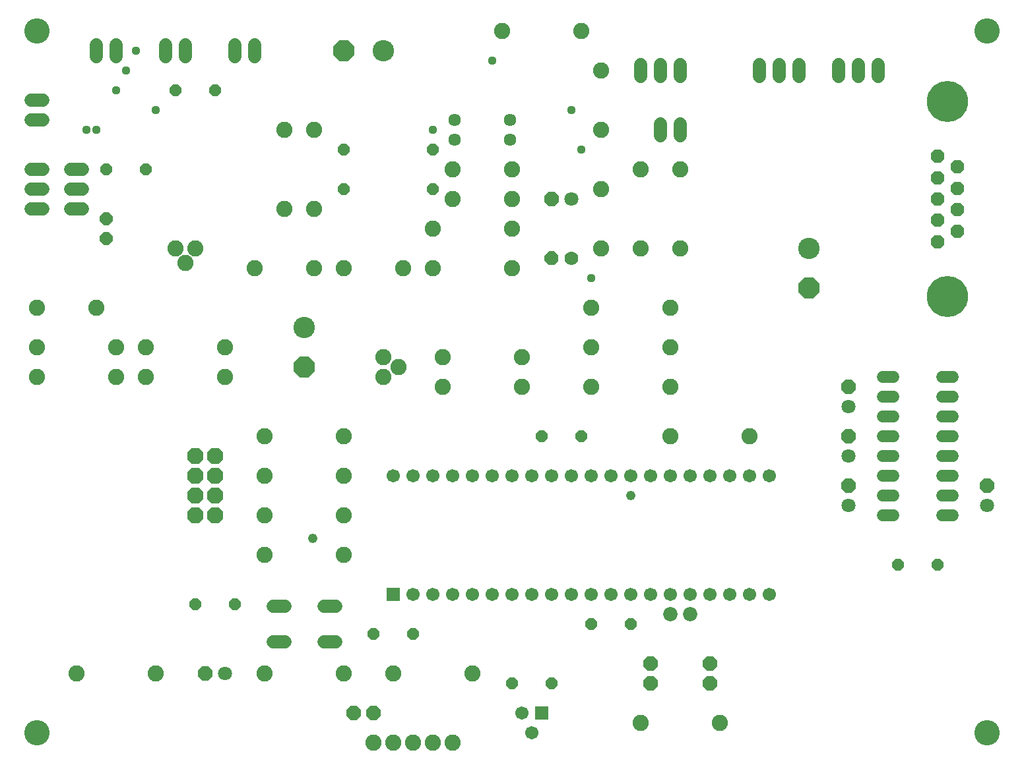
<source format=gbs>
G75*
G70*
%OFA0B0*%
%FSLAX24Y24*%
%IPPOS*%
%LPD*%
%AMOC8*
5,1,8,0,0,1.08239X$1,22.5*
%
%ADD10C,0.1280*%
%ADD11OC8,0.0600*%
%ADD12C,0.0680*%
%ADD13C,0.0728*%
%ADD14C,0.0721*%
%ADD15C,0.0820*%
%ADD16OC8,0.0740*%
%ADD17R,0.0670X0.0670*%
%ADD18C,0.0670*%
%ADD19C,0.0600*%
%ADD20OC8,0.0680*%
%ADD21C,0.2080*%
%ADD22C,0.1080*%
%ADD23OC8,0.1080*%
%ADD24OC8,0.0710*%
%ADD25C,0.0710*%
%ADD26OC8,0.0640*%
%ADD27C,0.0634*%
%ADD28OC8,0.0820*%
%ADD29OC8,0.0700*%
%ADD30C,0.0700*%
%ADD31C,0.0440*%
%ADD32C,0.0480*%
D10*
X002140Y002140D03*
X002140Y037640D03*
X050140Y037640D03*
X050140Y002140D03*
D11*
X047640Y010640D03*
X045640Y010640D03*
X032140Y007640D03*
X030140Y007640D03*
X028140Y004640D03*
X026140Y004640D03*
X021140Y007140D03*
X019140Y007140D03*
X012140Y008640D03*
X010140Y008640D03*
X027640Y017140D03*
X029640Y017140D03*
X022140Y029640D03*
X022140Y031640D03*
X017640Y031640D03*
X017640Y029640D03*
X011140Y034640D03*
X009140Y034640D03*
X007640Y030640D03*
X005640Y030640D03*
D12*
X004440Y030640D02*
X003840Y030640D01*
X003840Y029640D02*
X004440Y029640D01*
X004440Y028640D02*
X003840Y028640D01*
X002440Y028640D02*
X001840Y028640D01*
X001840Y029640D02*
X002440Y029640D01*
X002440Y030640D02*
X001840Y030640D01*
X001840Y033140D02*
X002440Y033140D01*
X002440Y034140D02*
X001840Y034140D01*
X005140Y036340D02*
X005140Y036940D01*
X006140Y036940D02*
X006140Y036340D01*
X008640Y036340D02*
X008640Y036940D01*
X009640Y036940D02*
X009640Y036340D01*
X012140Y036340D02*
X012140Y036940D01*
X013140Y036940D02*
X013140Y036340D01*
X032640Y035940D02*
X032640Y035340D01*
X033640Y035340D02*
X033640Y035940D01*
X034640Y035940D02*
X034640Y035340D01*
X034640Y032940D02*
X034640Y032340D01*
X033640Y032340D02*
X033640Y032940D01*
X038640Y035340D02*
X038640Y035940D01*
X039640Y035940D02*
X039640Y035340D01*
X040640Y035340D02*
X040640Y035940D01*
X042640Y035940D02*
X042640Y035340D01*
X043640Y035340D02*
X043640Y035940D01*
X044640Y035940D02*
X044640Y035340D01*
X017220Y008530D02*
X016620Y008530D01*
X016620Y006750D02*
X017220Y006750D01*
X014660Y006750D02*
X014060Y006750D01*
X014060Y008530D02*
X014660Y008530D01*
D13*
X035140Y008140D03*
D14*
X034140Y008140D03*
D15*
X032640Y002640D03*
X036640Y002640D03*
X024140Y005140D03*
X020140Y005140D03*
X017640Y005140D03*
X013640Y005140D03*
X008140Y005140D03*
X004140Y005140D03*
X013640Y011140D03*
X013640Y013140D03*
X013640Y015140D03*
X013640Y017140D03*
X011640Y020140D03*
X011640Y021640D03*
X007640Y021640D03*
X006140Y021640D03*
X006140Y020140D03*
X007640Y020140D03*
X005140Y023640D03*
X002140Y023640D03*
X002140Y021640D03*
X002140Y020140D03*
X009640Y025890D03*
X009140Y026640D03*
X010140Y026640D03*
X013140Y025640D03*
X016140Y025640D03*
X017640Y025640D03*
X020640Y025640D03*
X022140Y025640D03*
X022140Y027640D03*
X023140Y029140D03*
X023140Y030640D03*
X026140Y030640D03*
X026140Y029140D03*
X026140Y027640D03*
X026140Y025640D03*
X030140Y023640D03*
X030140Y021640D03*
X030140Y019640D03*
X026640Y019640D03*
X026640Y021140D03*
X022640Y021140D03*
X022640Y019640D03*
X020390Y020640D03*
X019640Y020140D03*
X019640Y021140D03*
X017640Y017140D03*
X017640Y015140D03*
X017640Y013140D03*
X017640Y011140D03*
X019140Y001640D03*
X020140Y001640D03*
X021140Y001640D03*
X022140Y001640D03*
X023140Y001640D03*
X034140Y017140D03*
X034140Y019640D03*
X034140Y021640D03*
X034140Y023640D03*
X034640Y026640D03*
X032640Y026640D03*
X030640Y026640D03*
X030640Y029640D03*
X032640Y030640D03*
X034640Y030640D03*
X030640Y032640D03*
X030640Y035640D03*
X029640Y037640D03*
X025640Y037640D03*
X016140Y032640D03*
X014640Y032640D03*
X014640Y028640D03*
X016140Y028640D03*
X038140Y017140D03*
D16*
X036140Y005640D03*
X036140Y004640D03*
X033140Y004640D03*
X033140Y005640D03*
X019140Y003140D03*
X018140Y003140D03*
D17*
X020140Y009140D03*
X027640Y003140D03*
D18*
X026640Y003140D03*
X027140Y002140D03*
X027140Y009140D03*
X028140Y009140D03*
X029140Y009140D03*
X030140Y009140D03*
X031140Y009140D03*
X032140Y009140D03*
X033140Y009140D03*
X034140Y009140D03*
X035140Y009140D03*
X036140Y009140D03*
X037140Y009140D03*
X038140Y009140D03*
X039140Y009140D03*
X039140Y015140D03*
X038140Y015140D03*
X037140Y015140D03*
X036140Y015140D03*
X035140Y015140D03*
X034140Y015140D03*
X033140Y015140D03*
X032140Y015140D03*
X031140Y015140D03*
X030140Y015140D03*
X029140Y015140D03*
X028140Y015140D03*
X027140Y015140D03*
X026140Y015140D03*
X025140Y015140D03*
X024140Y015140D03*
X023140Y015140D03*
X022140Y015140D03*
X021140Y015140D03*
X020140Y015140D03*
X021140Y009140D03*
X022140Y009140D03*
X023140Y009140D03*
X024140Y009140D03*
X025140Y009140D03*
X026140Y009140D03*
D19*
X044880Y013140D02*
X045400Y013140D01*
X045400Y014140D02*
X044880Y014140D01*
X044880Y015140D02*
X045400Y015140D01*
X045400Y016140D02*
X044880Y016140D01*
X044880Y017140D02*
X045400Y017140D01*
X045400Y018140D02*
X044880Y018140D01*
X044880Y019140D02*
X045400Y019140D01*
X045400Y020140D02*
X044880Y020140D01*
X047880Y020140D02*
X048400Y020140D01*
X048400Y019140D02*
X047880Y019140D01*
X047880Y018140D02*
X048400Y018140D01*
X048400Y017140D02*
X047880Y017140D01*
X047880Y016140D02*
X048400Y016140D01*
X048400Y015140D02*
X047880Y015140D01*
X047880Y014140D02*
X048400Y014140D01*
X048400Y013140D02*
X047880Y013140D01*
D20*
X047640Y026980D03*
X048640Y027520D03*
X047640Y028060D03*
X048640Y028600D03*
X047640Y029140D03*
X048640Y029680D03*
X047640Y030220D03*
X048640Y030760D03*
X047640Y031300D03*
D21*
X048140Y034070D03*
X048140Y024210D03*
D22*
X041140Y026640D03*
X019640Y036640D03*
X015640Y022640D03*
D23*
X015640Y020640D03*
X017640Y036640D03*
X041140Y024640D03*
D24*
X043140Y019640D03*
X043140Y017140D03*
X043140Y014640D03*
X050140Y014640D03*
X028140Y029140D03*
X010640Y005140D03*
D25*
X011640Y005140D03*
X029140Y029140D03*
X043140Y018640D03*
X043140Y016140D03*
X043140Y013640D03*
X050140Y013640D03*
D26*
X005640Y027140D03*
X005640Y028140D03*
D27*
X023240Y032140D03*
X023240Y033140D03*
X026040Y033140D03*
X026040Y032140D03*
D28*
X011140Y016140D03*
X011140Y015140D03*
X011140Y014140D03*
X011140Y013140D03*
X010140Y013140D03*
X010140Y014140D03*
X010140Y015140D03*
X010140Y016140D03*
D29*
X028140Y026140D03*
D30*
X029140Y026140D03*
D31*
X030140Y025140D03*
X029640Y031640D03*
X029140Y033640D03*
X025140Y036140D03*
X022140Y032640D03*
X008140Y033640D03*
X006140Y034640D03*
X006640Y035640D03*
X007140Y036640D03*
X005140Y032640D03*
X004640Y032640D03*
D32*
X016060Y011980D03*
X032140Y014140D03*
M02*

</source>
